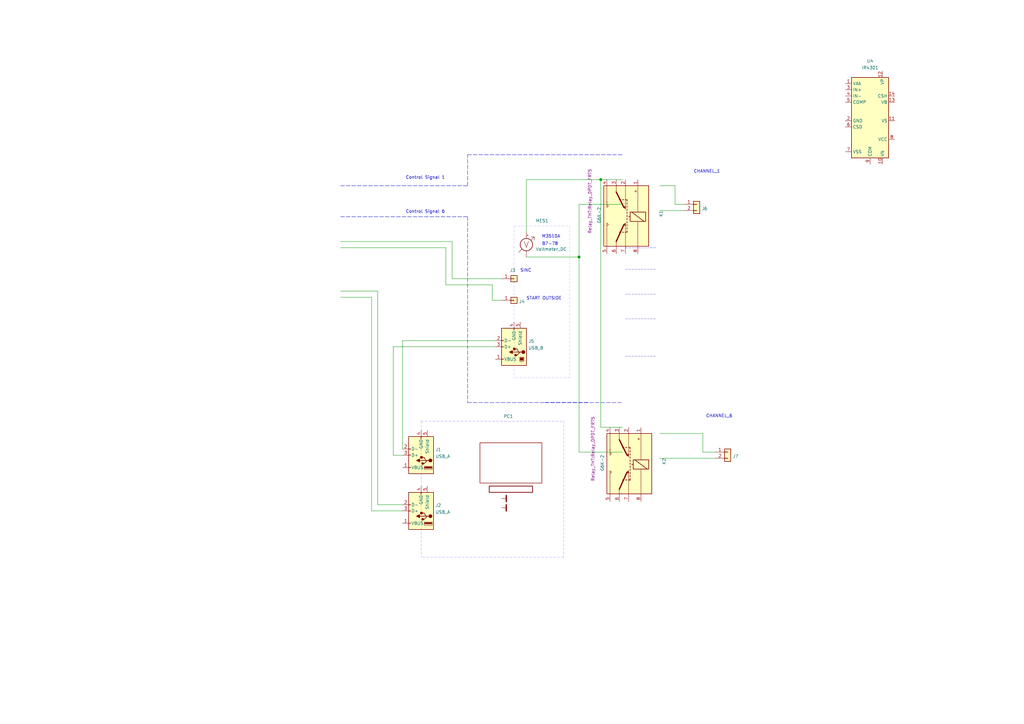
<source format=kicad_sch>
(kicad_sch (version 20210621) (generator eeschema)

  (uuid 197a8406-9f08-47ff-bfbc-a9c324925e99)

  (paper "A3")

  (lib_symbols
    (symbol "Amplifier_Audio:IR4301" (in_bom yes) (on_board yes)
      (property "Reference" "U" (id 0) (at -7.62 20.955 0)
        (effects (font (size 1.27 1.27)) (justify left))
      )
      (property "Value" "IR4301" (id 1) (at -7.62 19.05 0)
        (effects (font (size 1.27 1.27)) (justify left))
      )
      (property "Footprint" "Package_DFN_QFN:Infineon_PQFN-22-15-4EP_6x5mm_P0.65mm" (id 2) (at 0 0 0)
        (effects (font (size 1.27 1.27) italic) hide)
      )
      (property "Datasheet" "https://www.infineon.com/dgdl/ir4301.pdf?fileId=5546d462533600a4015355d5fc691819" (id 3) (at 0 0 0)
        (effects (font (size 1.27 1.27)) hide)
      )
      (property "ki_keywords" "integrated class d amplifier" (id 4) (at 0 0 0)
        (effects (font (size 1.27 1.27)) hide)
      )
      (property "ki_description" "PowIRaudio Integrated Analog Input Class D Audio Amplifier, 160W/4ohm, 80V, PQFN-22" (id 5) (at 0 0 0)
        (effects (font (size 1.27 1.27)) hide)
      )
      (property "ki_fp_filters" "Infineon*PQFN*4EP*6x5mm*P0.65mm*" (id 6) (at 0 0 0)
        (effects (font (size 1.27 1.27)) hide)
      )
      (symbol "IR4301_0_1"
        (rectangle (start -7.62 -15.24) (end 7.62 17.78)
          (stroke (width 0.254)) (fill (type background))
        )
      )
      (symbol "IR4301_1_1"
        (pin power_in line (at -10.16 15.24 0) (length 2.54)
          (name "VAA" (effects (font (size 1.27 1.27))))
          (number "1" (effects (font (size 1.27 1.27))))
        )
        (pin power_in line (at 5.08 -17.78 90) (length 2.54)
          (name "VN" (effects (font (size 1.27 1.27))))
          (number "10" (effects (font (size 1.27 1.27))))
        )
        (pin output line (at 10.16 0 180) (length 2.54)
          (name "VS" (effects (font (size 1.27 1.27))))
          (number "11" (effects (font (size 1.27 1.27))))
        )
        (pin power_in line (at 5.08 20.32 270) (length 2.54)
          (name "VP" (effects (font (size 1.27 1.27))))
          (number "12" (effects (font (size 1.27 1.27))))
        )
        (pin power_in line (at 10.16 7.62 180) (length 2.54)
          (name "VB" (effects (font (size 1.27 1.27))))
          (number "13" (effects (font (size 1.27 1.27))))
        )
        (pin passive line (at 10.16 10.16 180) (length 2.54)
          (name "CSH" (effects (font (size 1.27 1.27))))
          (number "14" (effects (font (size 1.27 1.27))))
        )
        (pin passive line (at 0 -17.78 90) (length 2.54) hide
          (name "COM" (effects (font (size 1.27 1.27))))
          (number "15" (effects (font (size 1.27 1.27))))
        )
        (pin power_in line (at -10.16 0 0) (length 2.54)
          (name "GND" (effects (font (size 1.27 1.27))))
          (number "2" (effects (font (size 1.27 1.27))))
        )
        (pin input line (at -10.16 12.7 0) (length 2.54)
          (name "IN+" (effects (font (size 1.27 1.27))))
          (number "3" (effects (font (size 1.27 1.27))))
        )
        (pin input line (at -10.16 10.16 0) (length 2.54)
          (name "IN-" (effects (font (size 1.27 1.27))))
          (number "4" (effects (font (size 1.27 1.27))))
        )
        (pin output line (at -10.16 7.62 0) (length 2.54)
          (name "COMP" (effects (font (size 1.27 1.27))))
          (number "5" (effects (font (size 1.27 1.27))))
        )
        (pin passive line (at -10.16 -2.54 0) (length 2.54)
          (name "CSD" (effects (font (size 1.27 1.27))))
          (number "6" (effects (font (size 1.27 1.27))))
        )
        (pin power_in line (at -10.16 -12.7 0) (length 2.54)
          (name "VSS" (effects (font (size 1.27 1.27))))
          (number "7" (effects (font (size 1.27 1.27))))
        )
        (pin power_in line (at 10.16 -7.62 180) (length 2.54)
          (name "VCC" (effects (font (size 1.27 1.27))))
          (number "8" (effects (font (size 1.27 1.27))))
        )
        (pin power_in line (at 0 -17.78 90) (length 2.54)
          (name "COM" (effects (font (size 1.27 1.27))))
          (number "9" (effects (font (size 1.27 1.27))))
        )
      )
    )
    (symbol "Connector:USB_A" (pin_names (offset 1.016)) (in_bom yes) (on_board yes)
      (property "Reference" "J" (id 0) (at -5.08 11.43 0)
        (effects (font (size 1.27 1.27)) (justify left))
      )
      (property "Value" "USB_A" (id 1) (at -5.08 8.89 0)
        (effects (font (size 1.27 1.27)) (justify left))
      )
      (property "Footprint" "" (id 2) (at 3.81 -1.27 0)
        (effects (font (size 1.27 1.27)) hide)
      )
      (property "Datasheet" " ~" (id 3) (at 3.81 -1.27 0)
        (effects (font (size 1.27 1.27)) hide)
      )
      (property "ki_keywords" "connector USB" (id 4) (at 0 0 0)
        (effects (font (size 1.27 1.27)) hide)
      )
      (property "ki_description" "USB Type A connector" (id 5) (at 0 0 0)
        (effects (font (size 1.27 1.27)) hide)
      )
      (property "ki_fp_filters" "USB*" (id 6) (at 0 0 0)
        (effects (font (size 1.27 1.27)) hide)
      )
      (symbol "USB_A_0_1"
        (circle (center -3.81 2.159) (radius 0.635) (stroke (width 0.254)) (fill (type outline)))
        (circle (center -0.635 3.429) (radius 0.381) (stroke (width 0.254)) (fill (type outline)))
        (rectangle (start -1.27 4.572) (end -4.572 5.842)
          (stroke (width 0)) (fill (type none))
        )
        (rectangle (start -0.127 -7.62) (end 0.127 -6.858)
          (stroke (width 0)) (fill (type none))
        )
        (rectangle (start 5.08 -2.667) (end 4.318 -2.413)
          (stroke (width 0)) (fill (type none))
        )
        (rectangle (start 5.08 -0.127) (end 4.318 0.127)
          (stroke (width 0)) (fill (type none))
        )
        (rectangle (start 5.08 4.953) (end 4.318 5.207)
          (stroke (width 0)) (fill (type none))
        )
        (rectangle (start -1.524 4.826) (end -4.318 5.334)
          (stroke (width 0)) (fill (type outline))
        )
        (rectangle (start 0.254 1.27) (end -0.508 0.508)
          (stroke (width 0.254)) (fill (type outline))
        )
        (rectangle (start -5.08 -7.62) (end 5.08 7.62)
          (stroke (width 0.254)) (fill (type background))
        )
        (polyline
          (pts
            (xy -3.175 2.159)
            (xy -2.54 2.159)
            (xy -1.27 3.429)
            (xy -0.635 3.429)
          )
          (stroke (width 0.254)) (fill (type none))
        )
        (polyline
          (pts
            (xy -2.54 2.159)
            (xy -1.905 2.159)
            (xy -1.27 0.889)
            (xy 0 0.889)
          )
          (stroke (width 0.254)) (fill (type none))
        )
        (polyline
          (pts
            (xy 0.635 2.794)
            (xy 0.635 1.524)
            (xy 1.905 2.159)
            (xy 0.635 2.794)
          )
          (stroke (width 0.254)) (fill (type outline))
        )
      )
      (symbol "USB_A_1_1"
        (polyline
          (pts
            (xy -1.905 2.159)
            (xy 0.635 2.159)
          )
          (stroke (width 0.254)) (fill (type none))
        )
        (pin power_in line (at 7.62 5.08 180) (length 2.54)
          (name "VBUS" (effects (font (size 1.27 1.27))))
          (number "1" (effects (font (size 1.27 1.27))))
        )
        (pin bidirectional line (at 7.62 -2.54 180) (length 2.54)
          (name "D-" (effects (font (size 1.27 1.27))))
          (number "2" (effects (font (size 1.27 1.27))))
        )
        (pin bidirectional line (at 7.62 0 180) (length 2.54)
          (name "D+" (effects (font (size 1.27 1.27))))
          (number "3" (effects (font (size 1.27 1.27))))
        )
        (pin power_in line (at 0 -10.16 90) (length 2.54)
          (name "GND" (effects (font (size 1.27 1.27))))
          (number "4" (effects (font (size 1.27 1.27))))
        )
        (pin passive line (at -2.54 -10.16 90) (length 2.54)
          (name "Shield" (effects (font (size 1.27 1.27))))
          (number "5" (effects (font (size 1.27 1.27))))
        )
      )
    )
    (symbol "Connector:USB_B" (pin_names (offset 1.016)) (in_bom yes) (on_board yes)
      (property "Reference" "J" (id 0) (at -5.08 11.43 0)
        (effects (font (size 1.27 1.27)) (justify left))
      )
      (property "Value" "USB_B" (id 1) (at -5.08 8.89 0)
        (effects (font (size 1.27 1.27)) (justify left))
      )
      (property "Footprint" "" (id 2) (at 3.81 -1.27 0)
        (effects (font (size 1.27 1.27)) hide)
      )
      (property "Datasheet" " ~" (id 3) (at 3.81 -1.27 0)
        (effects (font (size 1.27 1.27)) hide)
      )
      (property "ki_keywords" "connector USB" (id 4) (at 0 0 0)
        (effects (font (size 1.27 1.27)) hide)
      )
      (property "ki_description" "USB Type B connector" (id 5) (at 0 0 0)
        (effects (font (size 1.27 1.27)) hide)
      )
      (property "ki_fp_filters" "USB*" (id 6) (at 0 0 0)
        (effects (font (size 1.27 1.27)) hide)
      )
      (symbol "USB_B_0_1"
        (circle (center -3.81 2.159) (radius 0.635) (stroke (width 0.254)) (fill (type outline)))
        (circle (center -0.635 3.429) (radius 0.381) (stroke (width 0.254)) (fill (type outline)))
        (rectangle (start -0.127 -7.62) (end 0.127 -6.858)
          (stroke (width 0)) (fill (type none))
        )
        (rectangle (start 5.08 -2.667) (end 4.318 -2.413)
          (stroke (width 0)) (fill (type none))
        )
        (rectangle (start 5.08 -0.127) (end 4.318 0.127)
          (stroke (width 0)) (fill (type none))
        )
        (rectangle (start 5.08 4.953) (end 4.318 5.207)
          (stroke (width 0)) (fill (type none))
        )
        (rectangle (start -3.81 5.588) (end -2.54 4.572)
          (stroke (width 0)) (fill (type outline))
        )
        (rectangle (start 0.254 1.27) (end -0.508 0.508)
          (stroke (width 0.254)) (fill (type outline))
        )
        (rectangle (start -5.08 -7.62) (end 5.08 7.62)
          (stroke (width 0.254)) (fill (type background))
        )
        (polyline
          (pts
            (xy -1.905 2.159)
            (xy 0.635 2.159)
          )
          (stroke (width 0.254)) (fill (type none))
        )
        (polyline
          (pts
            (xy -3.175 2.159)
            (xy -2.54 2.159)
            (xy -1.27 3.429)
            (xy -0.635 3.429)
          )
          (stroke (width 0.254)) (fill (type none))
        )
        (polyline
          (pts
            (xy -2.54 2.159)
            (xy -1.905 2.159)
            (xy -1.27 0.889)
            (xy 0 0.889)
          )
          (stroke (width 0.254)) (fill (type none))
        )
        (polyline
          (pts
            (xy -4.064 4.318)
            (xy -2.286 4.318)
            (xy -2.286 5.715)
            (xy -2.667 6.096)
            (xy -3.683 6.096)
            (xy -4.064 5.715)
            (xy -4.064 4.318)
          )
          (stroke (width 0)) (fill (type none))
        )
        (polyline
          (pts
            (xy 0.635 2.794)
            (xy 0.635 1.524)
            (xy 1.905 2.159)
            (xy 0.635 2.794)
          )
          (stroke (width 0.254)) (fill (type outline))
        )
      )
      (symbol "USB_B_1_1"
        (pin power_out line (at 7.62 5.08 180) (length 2.54)
          (name "VBUS" (effects (font (size 1.27 1.27))))
          (number "1" (effects (font (size 1.27 1.27))))
        )
        (pin bidirectional line (at 7.62 -2.54 180) (length 2.54)
          (name "D-" (effects (font (size 1.27 1.27))))
          (number "2" (effects (font (size 1.27 1.27))))
        )
        (pin bidirectional line (at 7.62 0 180) (length 2.54)
          (name "D+" (effects (font (size 1.27 1.27))))
          (number "3" (effects (font (size 1.27 1.27))))
        )
        (pin power_out line (at 0 -10.16 90) (length 2.54)
          (name "GND" (effects (font (size 1.27 1.27))))
          (number "4" (effects (font (size 1.27 1.27))))
        )
        (pin passive line (at -2.54 -10.16 90) (length 2.54)
          (name "Shield" (effects (font (size 1.27 1.27))))
          (number "5" (effects (font (size 1.27 1.27))))
        )
      )
    )
    (symbol "Connector_Generic:Conn_01x01" (pin_names (offset 1.016) hide) (in_bom yes) (on_board yes)
      (property "Reference" "J" (id 0) (at 0 2.54 0)
        (effects (font (size 1.27 1.27)))
      )
      (property "Value" "Conn_01x01" (id 1) (at 0 -2.54 0)
        (effects (font (size 1.27 1.27)))
      )
      (property "Footprint" "" (id 2) (at 0 0 0)
        (effects (font (size 1.27 1.27)) hide)
      )
      (property "Datasheet" "~" (id 3) (at 0 0 0)
        (effects (font (size 1.27 1.27)) hide)
      )
      (property "ki_keywords" "connector" (id 4) (at 0 0 0)
        (effects (font (size 1.27 1.27)) hide)
      )
      (property "ki_description" "Generic connector, single row, 01x01, script generated (kicad-library-utils/schlib/autogen/connector/)" (id 5) (at 0 0 0)
        (effects (font (size 1.27 1.27)) hide)
      )
      (property "ki_fp_filters" "Connector*:*_1x??_*" (id 6) (at 0 0 0)
        (effects (font (size 1.27 1.27)) hide)
      )
      (symbol "Conn_01x01_1_1"
        (rectangle (start -1.27 0.127) (end 0 -0.127)
          (stroke (width 0.1524)) (fill (type none))
        )
        (rectangle (start -1.27 1.27) (end 1.27 -1.27)
          (stroke (width 0.254)) (fill (type background))
        )
        (pin passive line (at -5.08 0 0) (length 3.81)
          (name "Pin_1" (effects (font (size 1.27 1.27))))
          (number "1" (effects (font (size 1.27 1.27))))
        )
      )
    )
    (symbol "Connector_Generic:Conn_01x02" (pin_names (offset 1.016) hide) (in_bom yes) (on_board yes)
      (property "Reference" "J" (id 0) (at 0 2.54 0)
        (effects (font (size 1.27 1.27)))
      )
      (property "Value" "Conn_01x02" (id 1) (at 0 -5.08 0)
        (effects (font (size 1.27 1.27)))
      )
      (property "Footprint" "" (id 2) (at 0 0 0)
        (effects (font (size 1.27 1.27)) hide)
      )
      (property "Datasheet" "~" (id 3) (at 0 0 0)
        (effects (font (size 1.27 1.27)) hide)
      )
      (property "ki_keywords" "connector" (id 4) (at 0 0 0)
        (effects (font (size 1.27 1.27)) hide)
      )
      (property "ki_description" "Generic connector, single row, 01x02, script generated (kicad-library-utils/schlib/autogen/connector/)" (id 5) (at 0 0 0)
        (effects (font (size 1.27 1.27)) hide)
      )
      (property "ki_fp_filters" "Connector*:*_1x??_*" (id 6) (at 0 0 0)
        (effects (font (size 1.27 1.27)) hide)
      )
      (symbol "Conn_01x02_1_1"
        (rectangle (start -1.27 -2.413) (end 0 -2.667)
          (stroke (width 0.1524)) (fill (type none))
        )
        (rectangle (start -1.27 0.127) (end 0 -0.127)
          (stroke (width 0.1524)) (fill (type none))
        )
        (rectangle (start -1.27 1.27) (end 1.27 -3.81)
          (stroke (width 0.254)) (fill (type background))
        )
        (pin passive line (at -5.08 0 0) (length 3.81)
          (name "Pin_1" (effects (font (size 1.27 1.27))))
          (number "1" (effects (font (size 1.27 1.27))))
        )
        (pin passive line (at -5.08 -2.54 0) (length 3.81)
          (name "Pin_2" (effects (font (size 1.27 1.27))))
          (number "2" (effects (font (size 1.27 1.27))))
        )
      )
    )
    (symbol "Device:Voltmeter_DC" (pin_numbers hide) (pin_names (offset 0.0254) hide) (in_bom yes) (on_board yes)
      (property "Reference" "MES" (id 0) (at -3.302 1.016 0)
        (effects (font (size 1.27 1.27)) (justify right))
      )
      (property "Value" "Voltmeter_DC" (id 1) (at -3.302 -0.762 0)
        (effects (font (size 1.27 1.27)) (justify right))
      )
      (property "Footprint" "" (id 2) (at 0 2.54 90)
        (effects (font (size 1.27 1.27)) hide)
      )
      (property "Datasheet" "~" (id 3) (at 0 2.54 90)
        (effects (font (size 1.27 1.27)) hide)
      )
      (property "ki_keywords" "voltmeter DC" (id 4) (at 0 0 0)
        (effects (font (size 1.27 1.27)) hide)
      )
      (property "ki_description" "DC voltmeter" (id 5) (at 0 0 0)
        (effects (font (size 1.27 1.27)) hide)
      )
      (symbol "Voltmeter_DC_0_0"
        (text "V" (at 0 0 0)
          (effects (font (size 2.54 2.54)))
        )
        (polyline
          (pts
            (xy -3.175 -3.175)
            (xy -1.905 -1.905)
          )
          (stroke (width 0)) (fill (type none))
        )
        (polyline
          (pts
            (xy 1.905 1.905)
            (xy 3.175 3.175)
          )
          (stroke (width 0)) (fill (type none))
        )
        (polyline
          (pts
            (xy 1.905 3.175)
            (xy 3.175 3.175)
            (xy 3.175 1.905)
          )
          (stroke (width 0)) (fill (type none))
        )
      )
      (symbol "Voltmeter_DC_0_1"
        (circle (center 0 0) (radius 2.54) (stroke (width 0.254)) (fill (type none)))
        (polyline
          (pts
            (xy 0.254 3.81)
            (xy 0.762 3.81)
          )
          (stroke (width 0)) (fill (type none))
        )
        (polyline
          (pts
            (xy 0.508 4.064)
            (xy 0.508 3.556)
          )
          (stroke (width 0)) (fill (type none))
        )
      )
      (symbol "Voltmeter_DC_1_1"
        (pin passive line (at 0 -5.08 90) (length 2.54)
          (name "-" (effects (font (size 1.27 1.27))))
          (number "1" (effects (font (size 1.27 1.27))))
        )
        (pin passive line (at 0 5.08 270) (length 2.54)
          (name "+" (effects (font (size 1.27 1.27))))
          (number "2" (effects (font (size 1.27 1.27))))
        )
      )
    )
    (symbol "Device_GOST_my:PC" (pin_numbers hide) (pin_names (offset 1.016) hide) (in_bom yes) (on_board yes)
      (property "Reference" "PC" (id 0) (at 0 25.4 0)
        (effects (font (size 1.27 1.27)))
      )
      (property "Value" "PC" (id 1) (at 0 -3.81 0)
        (effects (font (size 1.27 1.27)) hide)
      )
      (property "Footprint" "" (id 2) (at 0 0 0)
        (effects (font (size 1.27 1.27)) hide)
      )
      (property "Datasheet" "~" (id 3) (at 0 0 0)
        (effects (font (size 1.27 1.27)) hide)
      )
      (property "ki_keywords" "quartz ceramic resonator oscillator" (id 4) (at 0 0 0)
        (effects (font (size 1.27 1.27)) hide)
      )
      (property "ki_description" "Two pin crystal" (id 5) (at 0 0 0)
        (effects (font (size 1.27 1.27)) hide)
      )
      (property "ki_fp_filters" "Crystal*" (id 6) (at 0 0 0)
        (effects (font (size 1.27 1.27)) hide)
      )
      (symbol "PC_0_1"
        (rectangle (start -12.7 22.86) (end 12.7 6.35)
          (stroke (width 0.2152)) (fill (type none))
        )
        (rectangle (start -8.89 5.08) (end 8.89 2.54)
          (stroke (width 0.3048)) (fill (type none))
        )
        (polyline
          (pts
            (xy -2.54 -3.81)
            (xy -1.905 -3.81)
          )
          (stroke (width 0)) (fill (type none))
        )
        (polyline
          (pts
            (xy -2.54 0)
            (xy -1.905 0)
          )
          (stroke (width 0)) (fill (type none))
        )
        (polyline
          (pts
            (xy -1.905 -2.54)
            (xy -1.905 -5.08)
          )
          (stroke (width 0.508)) (fill (type none))
        )
        (polyline
          (pts
            (xy -1.905 -1.27)
            (xy -1.905 1.27)
          )
          (stroke (width 0.508)) (fill (type none))
        )
      )
      (symbol "PC_1_1"
        (pin passive line (at -3.81 0 0) (length 1.27)
          (name "1" (effects (font (size 1.27 1.27))))
          (number "1" (effects (font (size 1.27 1.27))))
        )
        (pin passive line (at -3.81 -3.81 0) (length 1.27)
          (name "2" (effects (font (size 1.27 1.27))))
          (number "2" (effects (font (size 1.27 1.27))))
        )
      )
    )
    (symbol "my_Library:G6K-2F-Y" (in_bom yes) (on_board yes)
      (property "Reference" "K" (id 0) (at 13.97 9.525 0)
        (effects (font (size 1.27 1.27)))
      )
      (property "Value" "G6K-2F-Y" (id 1) (at 14.605 -15.875 0)
        (effects (font (size 1.27 1.27)))
      )
      (property "Footprint" "Relay_SMD:Relay_DPDT_Omron_G6K-2F-Y" (id 2) (at -4.445 -19.685 0)
        (effects (font (size 1.27 1.27)) (justify left))
      )
      (property "Datasheet" "http://omronfs.omron.com/en_US/ecb/products/pdf/en-g6k.pdf" (id 3) (at 10.16 -34.925 0)
        (effects (font (size 1.27 1.27)) hide)
      )
      (property "ki_keywords" "Miniature Relay Dual Pole DPDT Omron" (id 4) (at 0 0 0)
        (effects (font (size 1.27 1.27)) hide)
      )
      (property "ki_description" "Miniature 2-pole relay, Single-side Stable" (id 5) (at 0 0 0)
        (effects (font (size 1.27 1.27)) hide)
      )
      (property "ki_fp_filters" "Relay*DPDT*Omron*G6K?2*" (id 6) (at 0 0 0)
        (effects (font (size 1.27 1.27)) hide)
      )
      (symbol "G6K-2F-Y_0_0"
        (text "+" (at 4.699 -0.889 900)
          (effects (font (size 1.27 1.27)))
        )
      )
      (symbol "G6K-2F-Y_0_1"
        (rectangle (start 13.335 3.175) (end 17.145 -3.175)
          (stroke (width 0.254)) (fill (type none))
        )
        (rectangle (start 2.54 4.445) (end 27.305 -13.97)
          (stroke (width 0.254)) (fill (type background))
        )
        (polyline
          (pts
            (xy 2.54 -12.7)
            (xy 9.525 -12.7)
          )
          (stroke (width 0.1524)) (fill (type none))
        )
        (polyline
          (pts
            (xy 2.54 0)
            (xy 5.715 0)
          )
          (stroke (width 0)) (fill (type none))
        )
        (polyline
          (pts
            (xy 5.08 -8.89)
            (xy 2.54 -8.89)
          )
          (stroke (width 0)) (fill (type none))
        )
        (polyline
          (pts
            (xy 5.08 -8.89)
            (xy 11.43 -5.715)
          )
          (stroke (width 0.508)) (fill (type none))
        )
        (polyline
          (pts
            (xy 5.715 0)
            (xy 8.89 0)
          )
          (stroke (width 0.1524)) (fill (type none))
        )
        (polyline
          (pts
            (xy 8.255 -6.985)
            (xy 8.255 -7.62)
          )
          (stroke (width 0.254)) (fill (type none))
        )
        (polyline
          (pts
            (xy 8.255 -5.715)
            (xy 8.255 -6.35)
          )
          (stroke (width 0.254)) (fill (type none))
        )
        (polyline
          (pts
            (xy 8.255 -4.445)
            (xy 8.255 -5.08)
          )
          (stroke (width 0.254)) (fill (type none))
        )
        (polyline
          (pts
            (xy 8.255 -4.445)
            (xy 8.89 -4.445)
          )
          (stroke (width 0.254)) (fill (type none))
        )
        (polyline
          (pts
            (xy 8.89 0)
            (xy 13.335 0)
          )
          (stroke (width 0.1524)) (fill (type none))
        )
        (polyline
          (pts
            (xy 9.525 -5.08)
            (xy 2.54 -5.08)
          )
          (stroke (width 0.1524)) (fill (type none))
        )
        (polyline
          (pts
            (xy 9.525 -4.445)
            (xy 10.16 -4.445)
          )
          (stroke (width 0.254)) (fill (type none))
        )
        (polyline
          (pts
            (xy 10.795 -4.445)
            (xy 11.43 -4.445)
          )
          (stroke (width 0.254)) (fill (type none))
        )
        (polyline
          (pts
            (xy 12.065 -4.445)
            (xy 12.7 -4.445)
          )
          (stroke (width 0.254)) (fill (type none))
        )
        (polyline
          (pts
            (xy 13.335 -4.445)
            (xy 13.97 -4.445)
          )
          (stroke (width 0.254)) (fill (type none))
        )
        (polyline
          (pts
            (xy 14.605 -4.445)
            (xy 15.24 -4.445)
          )
          (stroke (width 0.254)) (fill (type none))
        )
        (polyline
          (pts
            (xy 15.24 -3.175)
            (xy 15.24 -3.81)
          )
          (stroke (width 0.254)) (fill (type none))
        )
        (polyline
          (pts
            (xy 15.875 -4.445)
            (xy 16.51 -4.445)
          )
          (stroke (width 0.254)) (fill (type none))
        )
        (polyline
          (pts
            (xy 17.145 -4.445)
            (xy 17.78 -4.445)
          )
          (stroke (width 0.254)) (fill (type none))
        )
        (polyline
          (pts
            (xy 17.145 2.54)
            (xy 13.335 -2.54)
          )
          (stroke (width 0.254)) (fill (type none))
        )
        (polyline
          (pts
            (xy 18.415 -4.445)
            (xy 19.05 -4.445)
          )
          (stroke (width 0.254)) (fill (type none))
        )
        (polyline
          (pts
            (xy 19.685 -4.445)
            (xy 20.32 -4.445)
          )
          (stroke (width 0.254)) (fill (type none))
        )
        (polyline
          (pts
            (xy 20.32 -12.7)
            (xy 27.94 -12.7)
          )
          (stroke (width 0.1524)) (fill (type none))
        )
        (polyline
          (pts
            (xy 20.32 -5.08)
            (xy 27.94 -5.08)
          )
          (stroke (width 0.1524)) (fill (type none))
        )
        (polyline
          (pts
            (xy 20.32 0)
            (xy 17.145 0)
          )
          (stroke (width 0.1524)) (fill (type none))
        )
        (polyline
          (pts
            (xy 20.955 -4.445)
            (xy 21.59 -4.445)
          )
          (stroke (width 0.254)) (fill (type none))
        )
        (polyline
          (pts
            (xy 21.59 -6.985)
            (xy 21.59 -7.62)
          )
          (stroke (width 0.254)) (fill (type none))
        )
        (polyline
          (pts
            (xy 21.59 -5.715)
            (xy 21.59 -6.35)
          )
          (stroke (width 0.254)) (fill (type none))
        )
        (polyline
          (pts
            (xy 21.59 -4.445)
            (xy 21.59 -5.08)
          )
          (stroke (width 0.254)) (fill (type none))
        )
        (polyline
          (pts
            (xy 21.59 -4.445)
            (xy 21.59 -5.08)
          )
          (stroke (width 0.254)) (fill (type none))
        )
        (polyline
          (pts
            (xy 23.495 0)
            (xy 20.32 0)
          )
          (stroke (width 0)) (fill (type none))
        )
        (polyline
          (pts
            (xy 25.4 -8.89)
            (xy 18.415 -5.715)
          )
          (stroke (width 0.508)) (fill (type none))
        )
        (polyline
          (pts
            (xy 25.4 -8.89)
            (xy 27.94 -8.89)
          )
          (stroke (width 0)) (fill (type none))
        )
        (polyline
          (pts
            (xy 27.94 0)
            (xy 23.495 0)
          )
          (stroke (width 0.1524)) (fill (type none))
        )
        (polyline
          (pts
            (xy 8.89 -12.7)
            (xy 11.43 -12.7)
            (xy 10.795 -12.065)
            (xy 10.16 -12.7)
          )
          (stroke (width 0)) (fill (type none))
        )
        (polyline
          (pts
            (xy 20.32 -12.7)
            (xy 17.78 -12.7)
            (xy 18.415 -12.065)
            (xy 19.05 -12.7)
          )
          (stroke (width 0)) (fill (type none))
        )
        (polyline
          (pts
            (xy 9.525 -5.08)
            (xy 12.065 -5.08)
            (xy 11.43 -5.715)
            (xy 10.795 -5.08)
          )
          (stroke (width 0)) (fill (type outline))
        )
        (polyline
          (pts
            (xy 20.32 -5.08)
            (xy 17.78 -5.08)
            (xy 18.415 -5.715)
            (xy 19.05 -5.08)
          )
          (stroke (width 0)) (fill (type outline))
        )
      )
      (symbol "G6K-2F-Y_1_1"
        (pin passive line (at 0 0 0) (length 2.54)
          (name "~" (effects (font (size 1.27 1.27))))
          (number "1" (effects (font (size 1.27 1.27))))
        )
        (pin passive line (at 0 -5.08 0) (length 2.54)
          (name "~" (effects (font (size 1.27 1.27))))
          (number "2" (effects (font (size 1.27 1.27))))
        )
        (pin passive line (at 0 -8.89 0) (length 2.54)
          (name "~" (effects (font (size 1.27 1.27))))
          (number "3" (effects (font (size 1.27 1.27))))
        )
        (pin passive line (at 0 -12.7 0) (length 2.54)
          (name "~" (effects (font (size 1.27 1.27))))
          (number "4" (effects (font (size 1.27 1.27))))
        )
        (pin passive line (at 30.48 -12.7 180) (length 2.54)
          (name "~" (effects (font (size 1.27 1.27))))
          (number "5" (effects (font (size 1.27 1.27))))
        )
        (pin passive line (at 30.48 -8.89 180) (length 2.54)
          (name "~" (effects (font (size 1.27 1.27))))
          (number "6" (effects (font (size 1.27 1.27))))
        )
        (pin passive line (at 30.48 -5.08 180) (length 2.54)
          (name "~" (effects (font (size 1.27 1.27))))
          (number "7" (effects (font (size 1.27 1.27))))
        )
        (pin passive line (at 30.48 0 180) (length 2.54)
          (name "~" (effects (font (size 1.27 1.27))))
          (number "8" (effects (font (size 1.27 1.27))))
        )
      )
    )
  )

  (junction (at 237.49 105.41) (diameter 1.016) (color 0 0 0 0))
  (junction (at 246.38 73.66) (diameter 1.016) (color 0 0 0 0))

  (wire (pts (xy 139.7 99.06) (xy 185.42 99.06))
    (stroke (width 0) (type solid) (color 0 0 0 0))
    (uuid ea886a19-849e-4199-9fe9-93543fbf07ef)
  )
  (wire (pts (xy 139.7 101.6) (xy 182.88 101.6))
    (stroke (width 0) (type solid) (color 0 0 0 0))
    (uuid a0ebed40-3416-450e-bf56-777a700f5059)
  )
  (wire (pts (xy 139.7 119.38) (xy 154.94 119.38))
    (stroke (width 0) (type solid) (color 0 0 0 0))
    (uuid 16019981-e091-4b34-a372-574cf5d185d9)
  )
  (wire (pts (xy 152.4 121.92) (xy 139.7 121.92))
    (stroke (width 0) (type solid) (color 0 0 0 0))
    (uuid 4863bed2-a801-432d-9a54-449241c0a182)
  )
  (wire (pts (xy 152.4 209.55) (xy 152.4 121.92))
    (stroke (width 0) (type solid) (color 0 0 0 0))
    (uuid b2401b1a-eb13-4a81-8d1c-283d3a94f3c4)
  )
  (wire (pts (xy 154.94 119.38) (xy 154.94 207.01))
    (stroke (width 0) (type solid) (color 0 0 0 0))
    (uuid 551ae7a5-0516-4403-b26b-bed435923ea4)
  )
  (wire (pts (xy 154.94 207.01) (xy 165.1 207.01))
    (stroke (width 0) (type solid) (color 0 0 0 0))
    (uuid d7d57fce-194e-4934-a0fe-2a592cf18c1e)
  )
  (wire (pts (xy 161.29 142.24) (xy 161.29 186.69))
    (stroke (width 0) (type solid) (color 0 0 0 0))
    (uuid 1fef34ea-9094-464c-8fd4-9c2f3263f452)
  )
  (wire (pts (xy 161.29 186.69) (xy 165.1 186.69))
    (stroke (width 0) (type solid) (color 0 0 0 0))
    (uuid e7a54125-e131-4433-9c0f-d5860dfd058e)
  )
  (wire (pts (xy 165.1 139.7) (xy 165.1 184.15))
    (stroke (width 0) (type solid) (color 0 0 0 0))
    (uuid 7a457834-dde0-43c4-a4bd-5f2bdab9076c)
  )
  (wire (pts (xy 165.1 209.55) (xy 152.4 209.55))
    (stroke (width 0) (type solid) (color 0 0 0 0))
    (uuid 565be5bb-6d57-4136-96ad-8cde19461ac3)
  )
  (wire (pts (xy 182.88 101.6) (xy 182.88 116.84))
    (stroke (width 0) (type solid) (color 0 0 0 0))
    (uuid cd2b7925-a0ab-4f4c-b499-f0f2cde82da8)
  )
  (wire (pts (xy 182.88 116.84) (xy 201.93 116.84))
    (stroke (width 0) (type solid) (color 0 0 0 0))
    (uuid e0f06b54-f70e-4bbf-83c1-6d38cc19ec33)
  )
  (wire (pts (xy 185.42 99.06) (xy 185.42 114.3))
    (stroke (width 0) (type solid) (color 0 0 0 0))
    (uuid 9eedcfe8-98ac-42e0-9397-291ef3a2c6fb)
  )
  (wire (pts (xy 185.42 114.3) (xy 205.74 114.3))
    (stroke (width 0) (type solid) (color 0 0 0 0))
    (uuid faea52e2-86ff-4183-8fbb-b29f7c3895ad)
  )
  (wire (pts (xy 201.93 116.84) (xy 201.93 123.19))
    (stroke (width 0) (type solid) (color 0 0 0 0))
    (uuid 4c3e431f-73fd-4157-8c85-845baa6d2f0a)
  )
  (wire (pts (xy 201.93 123.19) (xy 205.74 123.19))
    (stroke (width 0) (type solid) (color 0 0 0 0))
    (uuid 0106b578-8390-4773-a3ea-a317621d23cc)
  )
  (wire (pts (xy 203.2 139.7) (xy 165.1 139.7))
    (stroke (width 0) (type solid) (color 0 0 0 0))
    (uuid b85d20ad-f8b7-4077-bc6c-162c1573708f)
  )
  (wire (pts (xy 203.2 142.24) (xy 161.29 142.24))
    (stroke (width 0) (type solid) (color 0 0 0 0))
    (uuid 1d6ae37b-98b1-41a3-b313-aff152afbae3)
  )
  (wire (pts (xy 215.9 73.66) (xy 246.38 73.66))
    (stroke (width 0) (type solid) (color 0 0 0 0))
    (uuid d77dc039-c004-45ab-9122-3188a59f05a5)
  )
  (wire (pts (xy 215.9 95.25) (xy 215.9 73.66))
    (stroke (width 0) (type solid) (color 0 0 0 0))
    (uuid 0b00426b-6fe1-4f45-9cfd-688ffd01b9cb)
  )
  (wire (pts (xy 215.9 105.41) (xy 237.49 105.41))
    (stroke (width 0) (type solid) (color 0 0 0 0))
    (uuid 8fc906b4-90d5-4e96-bfe3-09b0badfe638)
  )
  (wire (pts (xy 237.49 83.82) (xy 255.27 83.82))
    (stroke (width 0) (type solid) (color 0 0 0 0))
    (uuid b06c2ed9-53b8-4e40-8190-f2adb55a9f53)
  )
  (wire (pts (xy 237.49 105.41) (xy 237.49 83.82))
    (stroke (width 0) (type solid) (color 0 0 0 0))
    (uuid 5294dba6-0f08-4d48-be07-4b683ffad67b)
  )
  (wire (pts (xy 237.49 105.41) (xy 237.49 185.42))
    (stroke (width 0) (type solid) (color 0 0 0 0))
    (uuid 5927e358-d0d8-4518-89cc-35ab72f2ef21)
  )
  (wire (pts (xy 237.49 185.42) (xy 255.27 185.42))
    (stroke (width 0) (type solid) (color 0 0 0 0))
    (uuid 9eccdba9-0033-4682-95dc-5e3ee71f0cf7)
  )
  (wire (pts (xy 246.38 73.66) (xy 246.38 175.26))
    (stroke (width 0) (type solid) (color 0 0 0 0))
    (uuid 2718dd31-6fcc-41fa-b237-85a54ec11bf5)
  )
  (wire (pts (xy 246.38 73.66) (xy 255.27 73.66))
    (stroke (width 0) (type solid) (color 0 0 0 0))
    (uuid 4c0f5388-14a6-42b7-a973-bc2fc71ad74d)
  )
  (wire (pts (xy 246.38 175.26) (xy 255.27 175.26))
    (stroke (width 0) (type solid) (color 0 0 0 0))
    (uuid 6294e52e-7eb8-490a-91e8-7317ebca8904)
  )
  (wire (pts (xy 270.51 76.2) (xy 276.86 76.2))
    (stroke (width 0) (type solid) (color 0 0 0 0))
    (uuid 87e4f78e-d098-4e25-bc58-48fdec1e4a36)
  )
  (wire (pts (xy 270.51 86.36) (xy 280.67 86.36))
    (stroke (width 0) (type solid) (color 0 0 0 0))
    (uuid f5f476cf-00ac-481e-b769-24e2d53a4cd0)
  )
  (wire (pts (xy 270.51 177.8) (xy 288.29 177.8))
    (stroke (width 0) (type solid) (color 0 0 0 0))
    (uuid 77d5a53e-a0df-4a20-8cde-17786fcf9f85)
  )
  (wire (pts (xy 270.51 187.96) (xy 293.37 187.96))
    (stroke (width 0) (type solid) (color 0 0 0 0))
    (uuid bb43fa20-2ac8-4149-b773-29f051569998)
  )
  (wire (pts (xy 276.86 76.2) (xy 276.86 83.82))
    (stroke (width 0) (type solid) (color 0 0 0 0))
    (uuid e65c7a7e-c4c7-4fad-920e-74b15cb9cd1d)
  )
  (wire (pts (xy 276.86 83.82) (xy 280.67 83.82))
    (stroke (width 0) (type solid) (color 0 0 0 0))
    (uuid 851afe40-06ed-4d6e-99e7-8c3399436647)
  )
  (wire (pts (xy 288.29 177.8) (xy 288.29 185.42))
    (stroke (width 0) (type solid) (color 0 0 0 0))
    (uuid 53136715-96f0-4c02-ae14-3938f162b043)
  )
  (wire (pts (xy 288.29 185.42) (xy 293.37 185.42))
    (stroke (width 0) (type solid) (color 0 0 0 0))
    (uuid e0e00db3-e1ef-463b-a7a5-9d058fe0c387)
  )
  (polyline (pts (xy 139.7 76.2) (xy 191.77 76.2))
    (stroke (width 0) (type dash) (color 0 0 0 0))
    (uuid 7faddcde-1294-44b9-adc3-213b0d1f463e)
  )
  (polyline (pts (xy 139.7 88.9) (xy 191.77 88.9))
    (stroke (width 0) (type dash) (color 0 0 0 0))
    (uuid b7005acb-72c5-41ee-96b3-a20be4b4f7b6)
  )
  (polyline (pts (xy 172.72 172.72) (xy 172.72 228.6))
    (stroke (width 0.0508) (type dash_dot) (color 109 76 255 1))
    (uuid da304234-c0b1-4625-9d59-cee8a1cea88f)
  )
  (polyline (pts (xy 172.72 172.72) (xy 231.14 172.72))
    (stroke (width 0.0508) (type dash_dot) (color 109 76 255 1))
    (uuid 54d90d08-5cc6-4553-b9a5-0a4bf0dcfea1)
  )
  (polyline (pts (xy 191.77 63.5) (xy 255.27 63.5))
    (stroke (width 0) (type dash) (color 0 0 0 0))
    (uuid 909c24df-8299-4ab7-8b97-f3f52453a235)
  )
  (polyline (pts (xy 191.77 76.2) (xy 191.77 63.5))
    (stroke (width 0) (type dash) (color 0 0 0 0))
    (uuid 98131a1b-29c6-49e5-b1c7-b7596ff03daa)
  )
  (polyline (pts (xy 191.77 88.9) (xy 191.77 165.1))
    (stroke (width 0) (type dash) (color 0 0 0 0))
    (uuid aad5f18b-c1f3-4c04-9c0f-63837ad6f47e)
  )
  (polyline (pts (xy 191.77 165.1) (xy 223.52 165.1))
    (stroke (width 0) (type dash) (color 0 0 0 0))
    (uuid ead092f2-bf49-434c-b12d-f7519463bfb1)
  )
  (polyline (pts (xy 210.82 92.71) (xy 210.82 154.94))
    (stroke (width 0.0762) (type dash_dot) (color 143 124 255 1))
    (uuid cbd730d3-35fc-4f7a-b9c5-2a4bd13dad78)
  )
  (polyline (pts (xy 210.82 92.71) (xy 233.68 92.71))
    (stroke (width 0.0762) (type dash_dot) (color 143 124 255 1))
    (uuid 7f07a6af-bf39-48f8-a706-913b88fc63ed)
  )
  (polyline (pts (xy 223.52 165.1) (xy 241.3 165.1))
    (stroke (width 0) (type dash) (color 0 0 0 0))
    (uuid ae7588df-269d-4ef2-808e-7dcebcee0a36)
  )
  (polyline (pts (xy 223.52 165.1) (xy 255.27 165.1))
    (stroke (width 0) (type dash) (color 0 0 0 0))
    (uuid 51a5f988-1123-49e9-8d26-d4d49e1b4ee6)
  )
  (polyline (pts (xy 231.14 172.72) (xy 231.14 228.6))
    (stroke (width 0.0508) (type dash_dot) (color 109 76 255 1))
    (uuid 1f7521d2-0e3e-4ef7-8c72-eefeb781626c)
  )
  (polyline (pts (xy 231.14 228.6) (xy 172.72 228.6))
    (stroke (width 0.0508) (type dash_dot) (color 109 76 255 1))
    (uuid bd2879f1-1359-42fb-9f37-e5f7b2efc0ea)
  )
  (polyline (pts (xy 233.68 92.71) (xy 233.68 154.94))
    (stroke (width 0.0762) (type dash_dot) (color 143 124 255 1))
    (uuid 9da1dd95-343b-4657-a21e-4debee964910)
  )
  (polyline (pts (xy 233.68 154.94) (xy 210.82 154.94))
    (stroke (width 0.0762) (type dash_dot) (color 143 124 255 1))
    (uuid 0e2d9fdc-bf72-4223-846b-86b30ad0a381)
  )
  (polyline (pts (xy 256.54 101.6) (xy 269.24 101.6))
    (stroke (width 0.0508) (type dash) (color 0 0 0 0))
    (uuid ccf4133d-a116-4373-b616-4560603f473e)
  )
  (polyline (pts (xy 256.54 110.49) (xy 269.24 110.49))
    (stroke (width 0.0508) (type dash) (color 0 0 0 0))
    (uuid ebe85b36-207d-493f-ba32-aa419472dcba)
  )
  (polyline (pts (xy 256.54 120.65) (xy 269.24 120.65))
    (stroke (width 0.0508) (type dash) (color 0 0 0 0))
    (uuid e382d7f0-a401-4c49-955c-c42bd383f153)
  )
  (polyline (pts (xy 256.54 130.81) (xy 269.24 130.81))
    (stroke (width 0.0508) (type dash) (color 0 0 0 0))
    (uuid 05f74231-3c65-42ec-a9d6-d17156d7937e)
  )
  (polyline (pts (xy 256.54 146.05) (xy 269.24 146.05))
    (stroke (width 0.0508) (type dash) (color 0 0 0 0))
    (uuid 99db1610-12f1-404c-8571-b41a680bc140)
  )

  (text "Control Signal 1\n" (at 166.37 73.66 0)
    (effects (font (size 1.27 1.27)) (justify left bottom))
    (uuid ac3ac07a-0eb5-4e9d-b8ce-43e5ee97a73c)
  )
  (text "Control Signal 6\n" (at 166.37 87.63 0)
    (effects (font (size 1.27 1.27)) (justify left bottom))
    (uuid 3afcb621-50f5-45ce-819a-bec033a8c088)
  )
  (text "SINC" (at 213.36 111.76 0)
    (effects (font (size 1.27 1.27)) (justify left bottom))
    (uuid 52d1bc74-1a84-46b9-8e98-b244f85a24b5)
  )
  (text "START OUTSIDE" (at 215.9 123.19 0)
    (effects (font (size 1.27 1.27)) (justify left bottom))
    (uuid 8fee0272-8d99-4543-9d52-1fb98a78adae)
  )
  (text "M3510A" (at 222.25 97.79 0)
    (effects (font (size 1.27 1.27)) (justify left bottom))
    (uuid 8d953781-ce91-49ac-a630-d009a5caa665)
  )
  (text "B7-78\n\n" (at 222.25 102.87 0)
    (effects (font (size 1.27 1.27)) (justify left bottom))
    (uuid f09b2309-984e-44c0-9944-260ae59b7db3)
  )
  (text "CHANNEL_1" (at 284.48 71.12 0)
    (effects (font (size 1.27 1.27)) (justify left bottom))
    (uuid 56cca5b2-4cc1-46e1-95be-80afe0ad6536)
  )
  (text "CHANNEL_6" (at 289.56 171.45 0)
    (effects (font (size 1.27 1.27)) (justify left bottom))
    (uuid 0d44d178-17ee-48a9-9582-b94d756a8341)
  )

  (symbol (lib_id "Connector_Generic:Conn_01x01") (at 210.82 114.3 0) (unit 1)
    (in_bom yes) (on_board yes)
    (uuid 31b3a0de-2aac-42df-ab85-b50b4647b672)
    (property "Reference" "J3" (id 0) (at 209.0421 110.8515 0)
      (effects (font (size 1.27 1.27)) (justify left))
    )
    (property "Value" "Conn_01x01" (id 1) (at 212.8521 116.1666 0)
      (effects (font (size 1.27 1.27)) (justify left) hide)
    )
    (property "Footprint" "" (id 2) (at 210.82 114.3 0)
      (effects (font (size 1.27 1.27)) hide)
    )
    (property "Datasheet" "~" (id 3) (at 210.82 114.3 0)
      (effects (font (size 1.27 1.27)) hide)
    )
    (pin "1" (uuid 557b2c57-031b-44d4-84df-36da91a6d669))
  )

  (symbol (lib_id "Connector_Generic:Conn_01x01") (at 210.82 123.19 0) (unit 1)
    (in_bom yes) (on_board yes) (fields_autoplaced)
    (uuid 89e080df-2df5-4238-9378-daa4678468b8)
    (property "Reference" "J4" (id 0) (at 212.8521 123.669 0)
      (effects (font (size 1.27 1.27)) (justify left))
    )
    (property "Value" "Conn_01x01" (id 1) (at 212.8521 125.0566 0)
      (effects (font (size 1.27 1.27)) (justify left) hide)
    )
    (property "Footprint" "" (id 2) (at 210.82 123.19 0)
      (effects (font (size 1.27 1.27)) hide)
    )
    (property "Datasheet" "~" (id 3) (at 210.82 123.19 0)
      (effects (font (size 1.27 1.27)) hide)
    )
    (pin "1" (uuid d67eed4f-c660-409f-9e49-661d207394c5))
  )

  (symbol (lib_id "Connector_Generic:Conn_01x02") (at 285.75 83.82 0) (unit 1)
    (in_bom yes) (on_board yes) (fields_autoplaced)
    (uuid da9d6a10-8a02-41ce-a217-9aa0840ffae9)
    (property "Reference" "J6" (id 0) (at 287.7821 85.569 0)
      (effects (font (size 1.27 1.27)) (justify left))
    )
    (property "Value" "Conn_01x02" (id 1) (at 287.7821 86.9566 0)
      (effects (font (size 1.27 1.27)) (justify left) hide)
    )
    (property "Footprint" "" (id 2) (at 285.75 83.82 0)
      (effects (font (size 1.27 1.27)) hide)
    )
    (property "Datasheet" "~" (id 3) (at 285.75 83.82 0)
      (effects (font (size 1.27 1.27)) hide)
    )
    (pin "1" (uuid 203d2947-df42-4b67-9000-4e5e173b2789))
    (pin "2" (uuid fd1bed2d-2617-4d79-9d58-122109b092e0))
  )

  (symbol (lib_id "Connector_Generic:Conn_01x02") (at 298.45 185.42 0) (unit 1)
    (in_bom yes) (on_board yes) (fields_autoplaced)
    (uuid 615e5454-0c5e-48bc-976b-28bac5c4de03)
    (property "Reference" "J7" (id 0) (at 300.4821 187.169 0)
      (effects (font (size 1.27 1.27)) (justify left))
    )
    (property "Value" "Conn_01x02" (id 1) (at 300.4821 188.5566 0)
      (effects (font (size 1.27 1.27)) (justify left) hide)
    )
    (property "Footprint" "" (id 2) (at 298.45 185.42 0)
      (effects (font (size 1.27 1.27)) hide)
    )
    (property "Datasheet" "~" (id 3) (at 298.45 185.42 0)
      (effects (font (size 1.27 1.27)) hide)
    )
    (pin "1" (uuid 9fd5438b-3f28-4381-a2e3-0e226ba5d7e0))
    (pin "2" (uuid 61dc4c42-e7bb-4769-a216-ee21100bedfc))
  )

  (symbol (lib_id "Device:Voltmeter_DC") (at 215.9 100.33 0) (unit 1)
    (in_bom yes) (on_board yes)
    (uuid 5f6e95a8-033e-4235-ba4a-83862e577ceb)
    (property "Reference" "MES1" (id 0) (at 219.7101 90.5315 0)
      (effects (font (size 1.27 1.27)) (justify left))
    )
    (property "Value" "Voltmeter_DC" (id 1) (at 219.7101 102.1966 0)
      (effects (font (size 1.27 1.27)) (justify left))
    )
    (property "Footprint" "" (id 2) (at 215.9 97.79 90)
      (effects (font (size 1.27 1.27)) hide)
    )
    (property "Datasheet" "~" (id 3) (at 215.9 97.79 90)
      (effects (font (size 1.27 1.27)) hide)
    )
    (pin "1" (uuid 839ccca1-b051-4e32-8781-48ac3c5db4f1))
    (pin "2" (uuid 6973ff52-ff84-43ab-812a-3967e2c4b6c0))
  )

  (symbol (lib_id "Connector:USB_A") (at 172.72 186.69 180) (unit 1)
    (in_bom yes) (on_board yes) (fields_autoplaced)
    (uuid bb12f5e8-b915-489e-a456-12a35df089c8)
    (property "Reference" "J1" (id 0) (at 178.5621 184.3845 0)
      (effects (font (size 1.27 1.27)) (justify right))
    )
    (property "Value" "USB_A" (id 1) (at 178.5621 187.1596 0)
      (effects (font (size 1.27 1.27)) (justify right))
    )
    (property "Footprint" "" (id 2) (at 168.91 185.42 0)
      (effects (font (size 1.27 1.27)) hide)
    )
    (property "Datasheet" " ~" (id 3) (at 168.91 185.42 0)
      (effects (font (size 1.27 1.27)) hide)
    )
    (pin "1" (uuid c9ef1464-c660-4f60-8106-fa9a4f954f98))
    (pin "2" (uuid 193cd902-d80f-45fb-bb92-72e699897f9a))
    (pin "3" (uuid f3506361-bbc0-4181-8add-c2ea5cdff228))
    (pin "4" (uuid fbd7ff45-6db5-4c02-9c5b-e1b4c0bcddfb))
    (pin "5" (uuid 120da24b-ee9c-4d4f-bd17-0a7aee7e38d6))
  )

  (symbol (lib_id "Connector:USB_A") (at 172.72 209.55 180) (unit 1)
    (in_bom yes) (on_board yes) (fields_autoplaced)
    (uuid a672ba3a-dcf6-44eb-b46d-41d40718329a)
    (property "Reference" "J2" (id 0) (at 178.5621 207.2445 0)
      (effects (font (size 1.27 1.27)) (justify right))
    )
    (property "Value" "USB_A" (id 1) (at 178.5621 210.0196 0)
      (effects (font (size 1.27 1.27)) (justify right))
    )
    (property "Footprint" "" (id 2) (at 168.91 208.28 0)
      (effects (font (size 1.27 1.27)) hide)
    )
    (property "Datasheet" " ~" (id 3) (at 168.91 208.28 0)
      (effects (font (size 1.27 1.27)) hide)
    )
    (pin "1" (uuid ca142d62-4ac0-4718-9446-d27b1a2ac288))
    (pin "2" (uuid bfd31c06-a63d-4dbb-9f23-322a4b0712b8))
    (pin "3" (uuid 2e03efea-d1c9-47a3-9e92-c91905bd8d7c))
    (pin "4" (uuid 225b74c8-300c-470f-b8a2-b57fc64c4820))
    (pin "5" (uuid 75e69c02-1e2a-4733-8512-c264cd0dc42e))
  )

  (symbol (lib_id "Connector:USB_B") (at 210.82 142.24 180) (unit 1)
    (in_bom yes) (on_board yes) (fields_autoplaced)
    (uuid 469b5588-bcf9-4621-8363-2ef3b9a21f39)
    (property "Reference" "J5" (id 0) (at 216.6621 139.9345 0)
      (effects (font (size 1.27 1.27)) (justify right))
    )
    (property "Value" "USB_B" (id 1) (at 216.6621 142.7096 0)
      (effects (font (size 1.27 1.27)) (justify right))
    )
    (property "Footprint" "" (id 2) (at 207.01 140.97 0)
      (effects (font (size 1.27 1.27)) hide)
    )
    (property "Datasheet" " ~" (id 3) (at 207.01 140.97 0)
      (effects (font (size 1.27 1.27)) hide)
    )
    (pin "1" (uuid b03f14d6-a09c-446a-a1d1-b1457104abce))
    (pin "2" (uuid 26d94dbf-ac6c-4ca3-b2e4-2965d53965b2))
    (pin "3" (uuid 3e2f8b93-525b-4daf-b059-1d9a993513ed))
    (pin "4" (uuid d090f2d5-9b5c-4495-9ee9-8e3e0ad4539d))
    (pin "5" (uuid 77532f1a-2826-41a1-a590-562b7f073dc1))
  )

  (symbol (lib_id "my_Library:G6K-2F-Y") (at 261.62 73.66 270) (unit 1)
    (in_bom yes) (on_board yes) (fields_autoplaced)
    (uuid 51f3ad2b-c7d3-46fe-9c75-81494d659be8)
    (property "Reference" "K1" (id 0) (at 271.145 87.63 0))
    (property "Value" "G6K-2" (id 1) (at 245.745 88.265 0))
    (property "Footprint" "Relay_THT:Relay_DPDT_FRT5" (id 2) (at 241.935 69.215 0)
      (effects (font (size 1.27 1.27)) (justify left))
    )
    (property "Datasheet" "http://omronfs.omron.com/en_US/ecb/products/pdf/en-g6k.pdf" (id 3) (at 226.695 83.82 0)
      (effects (font (size 1.27 1.27)) hide)
    )
    (pin "1" (uuid e21d47c3-4a58-41ff-9f3e-496d20f1f3a4))
    (pin "2" (uuid 01b5420d-6ca2-46c5-b74a-f314a9ee4479))
    (pin "3" (uuid 02212679-9290-4685-9e55-bfe3c7b3c187))
    (pin "4" (uuid 4ea442d8-b8d2-49b5-8699-8bcd745b520c))
    (pin "5" (uuid 0322d01b-2b25-47b5-82bf-23176549cc94))
    (pin "6" (uuid 9812c807-1e8e-43b2-9662-a9e31fae1a89))
    (pin "7" (uuid 3640713c-7f82-41fa-bb66-e47f35b65ef6))
    (pin "8" (uuid 7662f2eb-4dd0-4911-be90-fab37b2c97d4))
  )

  (symbol (lib_id "my_Library:G6K-2F-Y") (at 262.89 175.26 270) (unit 1)
    (in_bom yes) (on_board yes) (fields_autoplaced)
    (uuid 6bcc3c35-e83a-4b55-9e23-630ed8ee13b5)
    (property "Reference" "K2" (id 0) (at 272.415 189.23 0))
    (property "Value" "G6K-2" (id 1) (at 247.015 189.865 0))
    (property "Footprint" "Relay_THT:Relay_DPDT_FRT5" (id 2) (at 243.205 170.815 0)
      (effects (font (size 1.27 1.27)) (justify left))
    )
    (property "Datasheet" "http://omronfs.omron.com/en_US/ecb/products/pdf/en-g6k.pdf" (id 3) (at 227.965 185.42 0)
      (effects (font (size 1.27 1.27)) hide)
    )
    (pin "1" (uuid 0ae6a361-fb39-4399-b5a3-1e6dc8122ee7))
    (pin "2" (uuid 4ee16997-fc1e-46bb-8c34-fbc072529862))
    (pin "3" (uuid f8ca0416-0736-433b-8676-0a05ae2d93ce))
    (pin "4" (uuid 4072c200-efb1-4ce5-9c2b-22456c68f5d1))
    (pin "5" (uuid 691850af-0c40-4db8-958e-6b6cb2121838))
    (pin "6" (uuid 7218a640-5c32-4ac1-af77-b8e76ffcce65))
    (pin "7" (uuid 5c088c39-37d6-4d08-87dd-2d16b87cd1cb))
    (pin "8" (uuid a085365e-c2f9-4da6-8d9f-4643b2052e0b))
  )

  (symbol (lib_id "Device_GOST_my:PC") (at 209.55 204.47 0) (unit 1)
    (in_bom yes) (on_board yes)
    (uuid ba4020ab-1fb7-4240-ab38-2edef45e4aa3)
    (property "Reference" "PC1" (id 0) (at 206.4827 170.7322 0)
      (effects (font (size 1.27 1.27)) (justify left))
    )
    (property "Value" "PC" (id 1) (at 209.55 191.8679 0)
      (effects (font (size 1.27 1.27)) hide)
    )
    (property "Footprint" "" (id 2) (at 209.55 204.47 0)
      (effects (font (size 1.27 1.27)) hide)
    )
    (property "Datasheet" "~" (id 3) (at 209.55 204.47 0)
      (effects (font (size 1.27 1.27)) hide)
    )
    (pin "1" (uuid 456da7b9-dfae-436e-9cb7-aa84acf9b120))
    (pin "2" (uuid 3eeb74d7-dd49-4e85-a108-77f33cdea863))
  )

  (symbol (lib_id "Amplifier_Audio:IR4301") (at 356.87 49.53 0) (unit 1)
    (in_bom yes) (on_board yes) (fields_autoplaced)
    (uuid f4c16fbd-de10-4fb5-82a0-939030d5fdd3)
    (property "Reference" "U4" (id 0) (at 356.87 24.9894 0))
    (property "Value" "IR4301" (id 1) (at 356.87 27.7645 0))
    (property "Footprint" "Package_DFN_QFN:Infineon_PQFN-22-15-4EP_6x5mm_P0.65mm" (id 2) (at 356.87 49.53 0)
      (effects (font (size 1.27 1.27) italic) hide)
    )
    (property "Datasheet" "https://www.infineon.com/dgdl/ir4301.pdf?fileId=5546d462533600a4015355d5fc691819" (id 3) (at 356.87 49.53 0)
      (effects (font (size 1.27 1.27)) hide)
    )
    (pin "1" (uuid 9bf70b01-538b-4c3d-94cb-ce16d13b20c2))
    (pin "10" (uuid 1a6a84ce-47b0-40e9-9a5b-af30934d8b6c))
    (pin "11" (uuid ec551f61-847d-47e5-9786-73920901d7ae))
    (pin "12" (uuid 8f6fa176-fd26-4361-9a59-d0a5af437987))
    (pin "13" (uuid c63fd3cf-c5dd-42ff-811e-61c7cfe8eee6))
    (pin "14" (uuid 433c4421-2ce6-4af3-9582-4db47c298420))
    (pin "15" (uuid 53c6e563-956d-4b58-9a8e-55e340cebe98))
    (pin "2" (uuid a54b9fbf-ea11-4602-b5fc-8016735f108e))
    (pin "3" (uuid 68fc873d-86e1-4906-965f-db21eae95a79))
    (pin "4" (uuid 3d382168-f504-4547-8577-3a2a693f1b64))
    (pin "5" (uuid 2ab685bb-d588-484c-8148-b558c29f941b))
    (pin "6" (uuid c708bc97-a795-44ce-a252-3b11256619bc))
    (pin "7" (uuid a492e06f-edaf-4014-aa01-c68ac70d6e68))
    (pin "8" (uuid 576667c9-733c-443a-8a50-fb6f81afc4be))
    (pin "9" (uuid 02074e1d-0a87-4d60-a2b8-486c9d266ed9))
  )
)

</source>
